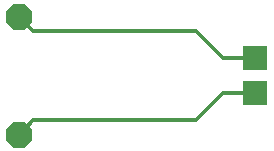
<source format=gbr>
%TF.GenerationSoftware,KiCad,Pcbnew,7.0.5*%
%TF.CreationDate,2024-02-24T17:46:26+01:00*%
%TF.ProjectId,ULHolder,554c486f-6c64-4657-922e-6b696361645f,rev?*%
%TF.SameCoordinates,Original*%
%TF.FileFunction,Copper,L1,Top*%
%TF.FilePolarity,Positive*%
%FSLAX46Y46*%
G04 Gerber Fmt 4.6, Leading zero omitted, Abs format (unit mm)*
G04 Created by KiCad (PCBNEW 7.0.5) date 2024-02-24 17:46:26*
%MOMM*%
%LPD*%
G01*
G04 APERTURE LIST*
G04 Aperture macros list*
%AMOutline5P*
0 Free polygon, 5 corners , with rotation*
0 The origin of the aperture is its center*
0 number of corners: always 5*
0 $1 to $10 corner X, Y*
0 $11 Rotation angle, in degrees counterclockwise*
0 create outline with 5 corners*
4,1,5,$1,$2,$3,$4,$5,$6,$7,$8,$9,$10,$1,$2,$11*%
%AMOutline6P*
0 Free polygon, 6 corners , with rotation*
0 The origin of the aperture is its center*
0 number of corners: always 6*
0 $1 to $12 corner X, Y*
0 $13 Rotation angle, in degrees counterclockwise*
0 create outline with 6 corners*
4,1,6,$1,$2,$3,$4,$5,$6,$7,$8,$9,$10,$11,$12,$1,$2,$13*%
%AMOutline7P*
0 Free polygon, 7 corners , with rotation*
0 The origin of the aperture is its center*
0 number of corners: always 7*
0 $1 to $14 corner X, Y*
0 $15 Rotation angle, in degrees counterclockwise*
0 create outline with 7 corners*
4,1,7,$1,$2,$3,$4,$5,$6,$7,$8,$9,$10,$11,$12,$13,$14,$1,$2,$15*%
%AMOutline8P*
0 Free polygon, 8 corners , with rotation*
0 The origin of the aperture is its center*
0 number of corners: always 8*
0 $1 to $16 corner X, Y*
0 $17 Rotation angle, in degrees counterclockwise*
0 create outline with 8 corners*
4,1,8,$1,$2,$3,$4,$5,$6,$7,$8,$9,$10,$11,$12,$13,$14,$15,$16,$1,$2,$17*%
G04 Aperture macros list end*
%TA.AperFunction,SMDPad,CuDef*%
%ADD10R,2.000000X2.000000*%
%TD*%
%TA.AperFunction,ComponentPad*%
%ADD11Outline8P,-1.079500X0.447144X-0.447144X1.079500X0.447144X1.079500X1.079500X0.447144X1.079500X-0.447144X0.447144X-1.079500X-0.447144X-1.079500X-1.079500X-0.447144X0.000000*%
%TD*%
%TA.AperFunction,Conductor*%
%ADD12C,0.304800*%
%TD*%
G04 APERTURE END LIST*
D10*
%TO.P,TP1,TP,TP*%
%TO.N,Net-(LSP2-PadMP)*%
X161022604Y-106503600D03*
%TD*%
%TO.P,TP2,TP,TP*%
%TO.N,Net-(LSP1-PadMP)*%
X161022604Y-103503600D03*
%TD*%
D11*
%TO.P,LSP2,MP,MP*%
%TO.N,Net-(LSP2-PadMP)*%
X141022604Y-110003600D03*
%TD*%
%TO.P,LSP1,MP,MP*%
%TO.N,Net-(LSP1-PadMP)*%
X141022604Y-100003600D03*
%TD*%
D12*
%TO.N,Net-(LSP1-PadMP)*%
X158253600Y-103503600D02*
X155953600Y-101203600D01*
X155953600Y-101203600D02*
X142222604Y-101203600D01*
X161022604Y-103503600D02*
X158253600Y-103503600D01*
X142222604Y-101203600D02*
X141022604Y-100003600D01*
%TO.N,Net-(LSP2-PadMP)*%
X142222604Y-108803600D02*
X141022604Y-110003600D01*
X155946400Y-108803600D02*
X142222604Y-108803600D01*
X161022604Y-106503600D02*
X158246400Y-106503600D01*
X158246400Y-106503600D02*
X155946400Y-108803600D01*
%TD*%
M02*

</source>
